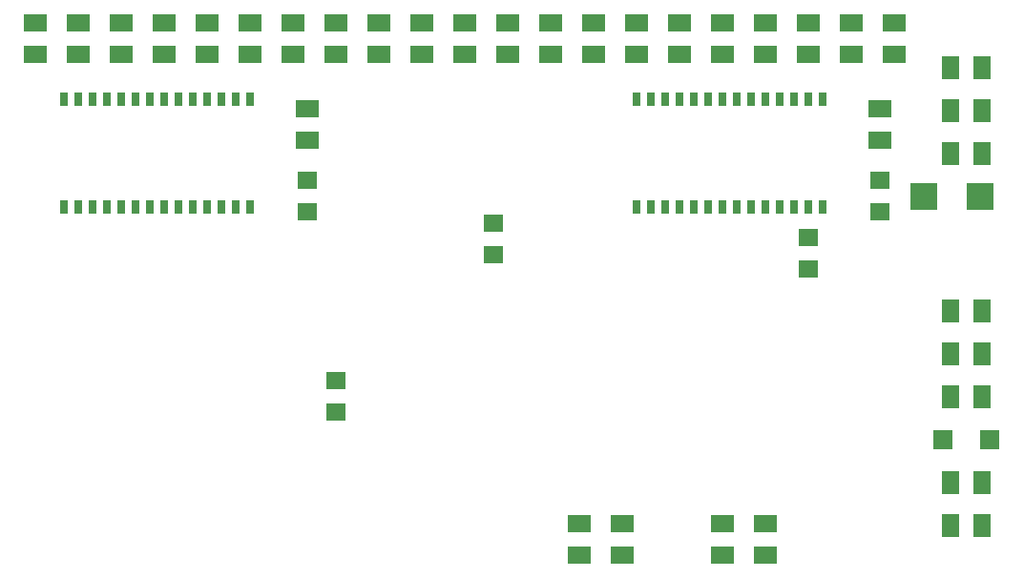
<source format=gbr>
G04 EAGLE Gerber RS-274X export*
G75*
%MOMM*%
%FSLAX34Y34*%
%LPD*%
%INSolderpaste Top*%
%IPPOS*%
%AMOC8*
5,1,8,0,0,1.08239X$1,22.5*%
G01*
%ADD10R,2.400000X2.400000*%
%ADD11R,1.800000X1.600000*%
%ADD12R,1.800000X1.700000*%
%ADD13R,0.762000X1.270000*%
%ADD14R,2.000000X1.600000*%
%ADD15R,1.600000X2.000000*%


D10*
X1002900Y482600D03*
X952900Y482600D03*
D11*
X571500Y430500D03*
X571500Y458500D03*
X850900Y417800D03*
X850900Y445800D03*
X406400Y468600D03*
X406400Y496600D03*
X914400Y496600D03*
X914400Y468600D03*
X431800Y318800D03*
X431800Y290800D03*
D12*
X970100Y266700D03*
X1011100Y266700D03*
D13*
X190500Y472900D03*
X203200Y472900D03*
X215900Y472900D03*
X228600Y472900D03*
X241300Y472900D03*
X254000Y472900D03*
X266700Y472900D03*
X279400Y472900D03*
X292100Y472900D03*
X304800Y472900D03*
X292100Y568500D03*
X304800Y568500D03*
X317500Y568500D03*
X330200Y568500D03*
X342900Y568500D03*
X355600Y568500D03*
X355600Y472900D03*
X342900Y472900D03*
X330200Y472900D03*
X317500Y472900D03*
X279400Y568500D03*
X266700Y568500D03*
X254000Y568500D03*
X241300Y568500D03*
X228600Y568500D03*
X215900Y568500D03*
X203200Y568500D03*
X190500Y568500D03*
X698500Y472900D03*
X711200Y472900D03*
X723900Y472900D03*
X736600Y472900D03*
X749300Y472900D03*
X762000Y472900D03*
X774700Y472900D03*
X787400Y472900D03*
X800100Y472900D03*
X812800Y472900D03*
X800100Y568500D03*
X812800Y568500D03*
X825500Y568500D03*
X838200Y568500D03*
X850900Y568500D03*
X863600Y568500D03*
X863600Y472900D03*
X850900Y472900D03*
X838200Y472900D03*
X825500Y472900D03*
X787400Y568500D03*
X774700Y568500D03*
X762000Y568500D03*
X749300Y568500D03*
X736600Y568500D03*
X723900Y568500D03*
X711200Y568500D03*
X698500Y568500D03*
D14*
X927100Y608300D03*
X927100Y636300D03*
X622300Y608300D03*
X622300Y636300D03*
X546100Y608300D03*
X546100Y636300D03*
X508000Y608300D03*
X508000Y636300D03*
D15*
X1004600Y190500D03*
X976600Y190500D03*
X1004600Y228600D03*
X976600Y228600D03*
D14*
X469900Y608300D03*
X469900Y636300D03*
X431800Y608300D03*
X431800Y636300D03*
X393700Y608300D03*
X393700Y636300D03*
X355600Y608300D03*
X355600Y636300D03*
X317500Y608300D03*
X317500Y636300D03*
X889000Y608300D03*
X889000Y636300D03*
X279400Y608300D03*
X279400Y636300D03*
X241300Y608300D03*
X241300Y636300D03*
X203200Y608300D03*
X203200Y636300D03*
X165100Y608300D03*
X165100Y636300D03*
D15*
X1004600Y304800D03*
X976600Y304800D03*
X976600Y381000D03*
X1004600Y381000D03*
X976600Y596900D03*
X1004600Y596900D03*
X976600Y342900D03*
X1004600Y342900D03*
X976600Y558800D03*
X1004600Y558800D03*
X976600Y520700D03*
X1004600Y520700D03*
D14*
X850900Y608300D03*
X850900Y636300D03*
X774700Y191800D03*
X774700Y163800D03*
X812800Y191800D03*
X812800Y163800D03*
X647700Y191800D03*
X647700Y163800D03*
X685800Y191800D03*
X685800Y163800D03*
X812800Y608300D03*
X812800Y636300D03*
X774700Y608300D03*
X774700Y636300D03*
X736600Y608300D03*
X736600Y636300D03*
X698500Y608300D03*
X698500Y636300D03*
X660400Y608300D03*
X660400Y636300D03*
X584200Y608300D03*
X584200Y636300D03*
X914400Y532100D03*
X914400Y560100D03*
X406400Y532100D03*
X406400Y560100D03*
M02*

</source>
